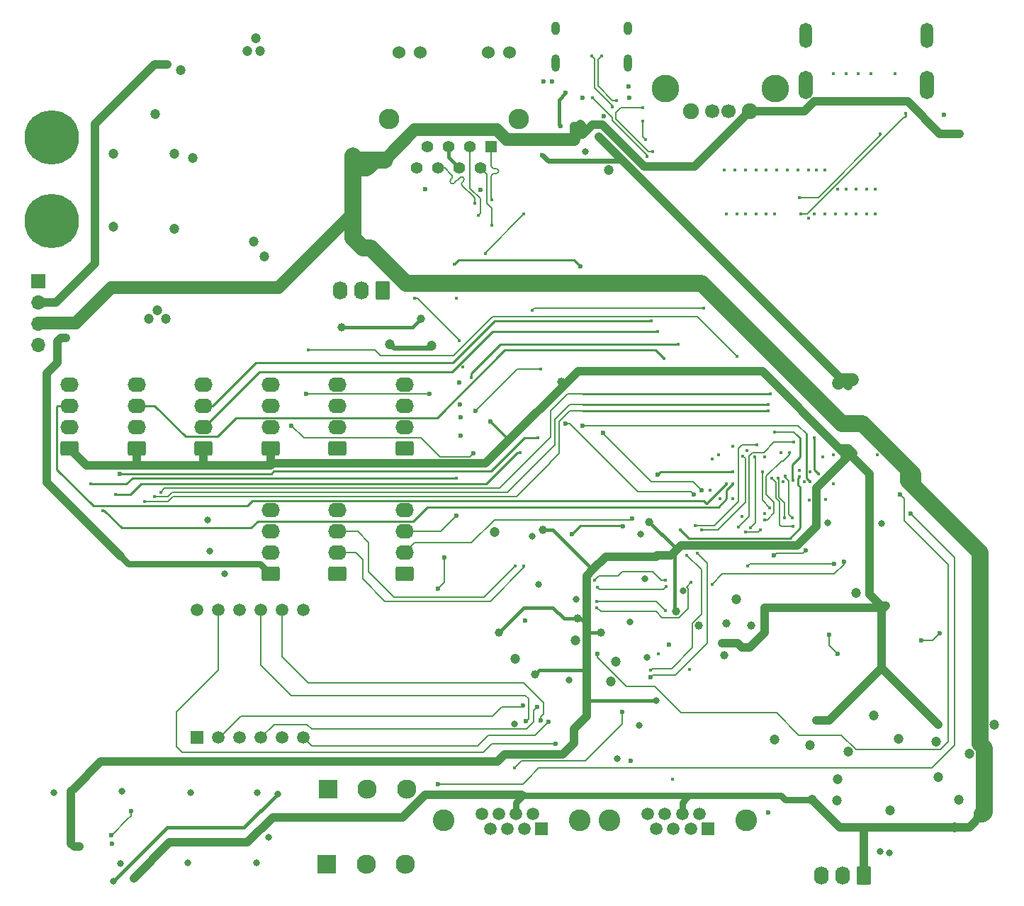
<source format=gbl>
G04 #@! TF.GenerationSoftware,KiCad,Pcbnew,6.0.2+dfsg-1*
G04 #@! TF.CreationDate,2022-12-10T00:49:58-08:00*
G04 #@! TF.ProjectId,cm4-robot,636d342d-726f-4626-9f74-2e6b69636164,rev?*
G04 #@! TF.SameCoordinates,Original*
G04 #@! TF.FileFunction,Copper,L4,Bot*
G04 #@! TF.FilePolarity,Positive*
%FSLAX46Y46*%
G04 Gerber Fmt 4.6, Leading zero omitted, Abs format (unit mm)*
G04 Created by KiCad (PCBNEW 6.0.2+dfsg-1) date 2022-12-10 00:49:58*
%MOMM*%
%LPD*%
G01*
G04 APERTURE LIST*
G04 Aperture macros list*
%AMRoundRect*
0 Rectangle with rounded corners*
0 $1 Rounding radius*
0 $2 $3 $4 $5 $6 $7 $8 $9 X,Y pos of 4 corners*
0 Add a 4 corners polygon primitive as box body*
4,1,4,$2,$3,$4,$5,$6,$7,$8,$9,$2,$3,0*
0 Add four circle primitives for the rounded corners*
1,1,$1+$1,$2,$3*
1,1,$1+$1,$4,$5*
1,1,$1+$1,$6,$7*
1,1,$1+$1,$8,$9*
0 Add four rect primitives between the rounded corners*
20,1,$1+$1,$2,$3,$4,$5,0*
20,1,$1+$1,$4,$5,$6,$7,0*
20,1,$1+$1,$6,$7,$8,$9,0*
20,1,$1+$1,$8,$9,$2,$3,0*%
G04 Aperture macros list end*
G04 #@! TA.AperFunction,ComponentPad*
%ADD10R,1.398000X1.398000*%
G04 #@! TD*
G04 #@! TA.AperFunction,ComponentPad*
%ADD11C,1.398000*%
G04 #@! TD*
G04 #@! TA.AperFunction,ComponentPad*
%ADD12C,1.530000*%
G04 #@! TD*
G04 #@! TA.AperFunction,ComponentPad*
%ADD13C,2.445000*%
G04 #@! TD*
G04 #@! TA.AperFunction,ComponentPad*
%ADD14RoundRect,0.250000X0.845000X-0.620000X0.845000X0.620000X-0.845000X0.620000X-0.845000X-0.620000X0*%
G04 #@! TD*
G04 #@! TA.AperFunction,ComponentPad*
%ADD15O,2.190000X1.740000*%
G04 #@! TD*
G04 #@! TA.AperFunction,ComponentPad*
%ADD16C,6.500000*%
G04 #@! TD*
G04 #@! TA.AperFunction,ComponentPad*
%ADD17O,1.700000X3.400000*%
G04 #@! TD*
G04 #@! TA.AperFunction,ComponentPad*
%ADD18O,1.500000X3.000000*%
G04 #@! TD*
G04 #@! TA.AperFunction,ComponentPad*
%ADD19R,1.500000X1.500000*%
G04 #@! TD*
G04 #@! TA.AperFunction,ComponentPad*
%ADD20C,1.500000*%
G04 #@! TD*
G04 #@! TA.AperFunction,ComponentPad*
%ADD21C,2.600000*%
G04 #@! TD*
G04 #@! TA.AperFunction,ComponentPad*
%ADD22RoundRect,0.250000X0.620000X0.845000X-0.620000X0.845000X-0.620000X-0.845000X0.620000X-0.845000X0*%
G04 #@! TD*
G04 #@! TA.AperFunction,ComponentPad*
%ADD23O,1.740000X2.190000*%
G04 #@! TD*
G04 #@! TA.AperFunction,ComponentPad*
%ADD24R,2.300000X2.300000*%
G04 #@! TD*
G04 #@! TA.AperFunction,ComponentPad*
%ADD25C,2.300000*%
G04 #@! TD*
G04 #@! TA.AperFunction,ComponentPad*
%ADD26C,1.900000*%
G04 #@! TD*
G04 #@! TA.AperFunction,ComponentPad*
%ADD27C,1.700000*%
G04 #@! TD*
G04 #@! TA.AperFunction,ComponentPad*
%ADD28C,3.300000*%
G04 #@! TD*
G04 #@! TA.AperFunction,ComponentPad*
%ADD29O,1.000000X2.100000*%
G04 #@! TD*
G04 #@! TA.AperFunction,ComponentPad*
%ADD30O,1.000000X1.600000*%
G04 #@! TD*
G04 #@! TA.AperFunction,ComponentPad*
%ADD31R,1.700000X1.700000*%
G04 #@! TD*
G04 #@! TA.AperFunction,ComponentPad*
%ADD32O,1.700000X1.700000*%
G04 #@! TD*
G04 #@! TA.AperFunction,ViaPad*
%ADD33C,0.600000*%
G04 #@! TD*
G04 #@! TA.AperFunction,ViaPad*
%ADD34C,0.450000*%
G04 #@! TD*
G04 #@! TA.AperFunction,ViaPad*
%ADD35C,0.800000*%
G04 #@! TD*
G04 #@! TA.AperFunction,ViaPad*
%ADD36C,1.200000*%
G04 #@! TD*
G04 #@! TA.AperFunction,ViaPad*
%ADD37C,1.000000*%
G04 #@! TD*
G04 #@! TA.AperFunction,Conductor*
%ADD38C,1.000000*%
G04 #@! TD*
G04 #@! TA.AperFunction,Conductor*
%ADD39C,2.000000*%
G04 #@! TD*
G04 #@! TA.AperFunction,Conductor*
%ADD40C,0.200000*%
G04 #@! TD*
G04 #@! TA.AperFunction,Conductor*
%ADD41C,1.500000*%
G04 #@! TD*
G04 #@! TA.AperFunction,Conductor*
%ADD42C,0.400000*%
G04 #@! TD*
G04 #@! TA.AperFunction,Conductor*
%ADD43C,0.600000*%
G04 #@! TD*
G04 #@! TA.AperFunction,Conductor*
%ADD44C,0.250000*%
G04 #@! TD*
G04 #@! TA.AperFunction,Conductor*
%ADD45C,0.800000*%
G04 #@! TD*
G04 APERTURE END LIST*
D10*
X96140000Y-55426000D03*
D11*
X94870000Y-57966000D03*
X93600000Y-55426000D03*
X92330000Y-57966000D03*
X91060000Y-55426000D03*
X89790000Y-57966000D03*
X88520000Y-55426000D03*
X87250000Y-57966000D03*
D12*
X98315000Y-44176000D03*
X95775000Y-44176000D03*
X85065000Y-44176000D03*
X87605000Y-44176000D03*
D13*
X99435000Y-52126000D03*
X83945000Y-52126000D03*
D14*
X61750000Y-91500000D03*
D15*
X61750000Y-88960000D03*
X61750000Y-86420000D03*
X61750000Y-83880000D03*
D14*
X69750000Y-91500000D03*
D15*
X69750000Y-88960000D03*
X69750000Y-86420000D03*
X69750000Y-83880000D03*
D16*
X43600000Y-64300000D03*
D14*
X77750000Y-106500000D03*
D15*
X77750000Y-103960000D03*
X77750000Y-101420000D03*
X77750000Y-98880000D03*
D17*
X148210000Y-48089000D03*
D18*
X148210000Y-42129000D03*
D17*
X133710000Y-48089000D03*
D18*
X133710000Y-42129000D03*
D19*
X121990000Y-136950000D03*
D20*
X120970000Y-135170000D03*
X119950000Y-136950000D03*
X118930000Y-135170000D03*
X117910000Y-136950000D03*
X116890000Y-135170000D03*
X115870000Y-136950000D03*
X114850000Y-135170000D03*
D21*
X110290000Y-135930000D03*
X126550000Y-135930000D03*
D16*
X43600000Y-54300000D03*
D14*
X45750000Y-91500000D03*
D15*
X45750000Y-88960000D03*
X45750000Y-86420000D03*
X45750000Y-83880000D03*
D22*
X83180000Y-72615000D03*
D23*
X80640000Y-72615000D03*
X78100000Y-72615000D03*
D24*
X76500000Y-141150000D03*
D25*
X81199000Y-141150000D03*
X85898000Y-141150000D03*
D14*
X69750000Y-106500000D03*
D15*
X69750000Y-103960000D03*
X69750000Y-101420000D03*
X69750000Y-98880000D03*
D14*
X85750000Y-106500000D03*
D15*
X85750000Y-103960000D03*
X85750000Y-101420000D03*
X85750000Y-98880000D03*
D26*
X127000000Y-51210000D03*
D27*
X124500000Y-51210000D03*
X122500000Y-51210000D03*
D26*
X120000000Y-51210000D03*
D28*
X130070000Y-48500000D03*
X116930000Y-48500000D03*
D14*
X85750000Y-91500000D03*
D15*
X85750000Y-88960000D03*
X85750000Y-86420000D03*
X85750000Y-83880000D03*
D14*
X53750000Y-91500000D03*
D15*
X53750000Y-88960000D03*
X53750000Y-86420000D03*
X53750000Y-83880000D03*
D22*
X140670000Y-142507000D03*
D23*
X138130000Y-142507000D03*
X135590000Y-142507000D03*
D24*
X76600000Y-132200000D03*
D25*
X81299000Y-132200000D03*
X85998000Y-132200000D03*
D19*
X61000000Y-126067000D03*
D20*
X63540000Y-126067000D03*
X66080000Y-126067000D03*
X68620000Y-126067000D03*
X71160000Y-126067000D03*
X73700000Y-126067000D03*
X73700000Y-110827000D03*
X71160000Y-110827000D03*
X68620000Y-110827000D03*
X66080000Y-110827000D03*
X63540000Y-110827000D03*
X61000000Y-110827000D03*
D29*
X112490000Y-45453000D03*
D30*
X103850000Y-41273000D03*
D29*
X103850000Y-45453000D03*
D30*
X112490000Y-41273000D03*
D19*
X102150000Y-136950000D03*
D20*
X101130000Y-135170000D03*
X100110000Y-136950000D03*
X99090000Y-135170000D03*
X98070000Y-136950000D03*
X97050000Y-135170000D03*
X96030000Y-136950000D03*
X95010000Y-135170000D03*
D21*
X90450000Y-135930000D03*
X106710000Y-135930000D03*
D14*
X77750000Y-91500000D03*
D15*
X77750000Y-88960000D03*
X77750000Y-86420000D03*
X77750000Y-83880000D03*
D31*
X42000000Y-71500000D03*
D32*
X42000000Y-74040000D03*
X42000000Y-76580000D03*
X42000000Y-79120000D03*
D33*
X46900000Y-139100000D03*
X89800000Y-131600000D03*
X53100000Y-134800000D03*
X50700000Y-137700000D03*
X50800000Y-138700000D03*
D34*
X135000000Y-58250000D03*
X124250000Y-63500000D03*
D35*
X119028540Y-108528540D03*
D34*
X136000000Y-58250000D03*
X126700000Y-91700000D03*
X132900000Y-94100000D03*
D36*
X144800000Y-126200000D03*
D35*
X114500000Y-107049500D03*
D34*
X139750000Y-63500000D03*
D36*
X111000000Y-117000000D03*
X110200000Y-58200000D03*
D33*
X107000000Y-49600000D03*
D34*
X123500000Y-97500000D03*
D36*
X106200000Y-114400000D03*
X152000000Y-133500000D03*
D34*
X130700000Y-92000000D03*
D36*
X68500000Y-44000000D03*
D34*
X129000000Y-58250000D03*
D37*
X123938000Y-116187000D03*
D35*
X69500000Y-138000000D03*
D37*
X120938000Y-112687000D03*
D36*
X149250000Y-126500000D03*
X134250000Y-127000000D03*
D34*
X141000000Y-60500000D03*
D36*
X59000000Y-46250000D03*
D35*
X105400000Y-119200000D03*
D36*
X60500000Y-56750000D03*
D34*
X126500000Y-58250000D03*
X125500000Y-63500000D03*
D35*
X62500000Y-103750000D03*
D34*
X137250000Y-63500000D03*
D36*
X156250000Y-124500000D03*
D35*
X136300000Y-100400000D03*
D34*
X92750000Y-81750000D03*
D37*
X124188000Y-112437000D03*
D34*
X134750000Y-63500000D03*
D36*
X137400000Y-133600000D03*
D33*
X92400000Y-86250000D03*
D36*
X57250000Y-76000000D03*
D35*
X114000000Y-101750000D03*
D36*
X110400000Y-119300000D03*
D35*
X68100000Y-141000000D03*
D34*
X122500000Y-92750000D03*
X134000000Y-58250000D03*
X130250000Y-58250000D03*
D35*
X52000000Y-132500000D03*
D33*
X150200000Y-51600000D03*
D35*
X113800000Y-124600000D03*
D33*
X109600000Y-51811500D03*
D36*
X51000000Y-65000000D03*
D34*
X125250000Y-58250000D03*
X125000000Y-91250000D03*
D36*
X143750000Y-134750000D03*
X149500000Y-130750000D03*
X56250000Y-75000000D03*
D34*
X134100000Y-97700000D03*
X127750000Y-63500000D03*
D35*
X111200000Y-128600000D03*
X142750000Y-100500000D03*
D33*
X92300000Y-83600000D03*
D35*
X43900000Y-132600000D03*
D36*
X58250000Y-56250000D03*
D33*
X102400000Y-47600000D03*
D34*
X136100000Y-97600000D03*
X129000000Y-63500000D03*
D33*
X112500000Y-48200000D03*
D36*
X56000000Y-51500000D03*
X96500000Y-101500000D03*
D34*
X133500000Y-95500000D03*
D35*
X68200000Y-132600000D03*
D34*
X123250000Y-92250000D03*
X131000000Y-95500000D03*
X128750000Y-92500000D03*
X139750000Y-60500000D03*
X140000000Y-46700000D03*
D35*
X106250000Y-109500000D03*
X60200000Y-132600000D03*
D34*
X131500000Y-58250000D03*
X130000000Y-63500000D03*
D33*
X117375000Y-114900000D03*
D34*
X126500000Y-63500000D03*
D36*
X55250000Y-76000000D03*
D34*
X124000000Y-58250000D03*
D33*
X88250000Y-60500000D03*
D34*
X127750000Y-58250000D03*
D35*
X59900000Y-141000000D03*
D36*
X99000000Y-116600000D03*
D34*
X142000000Y-60500000D03*
X136000000Y-63500000D03*
D36*
X141800000Y-123400000D03*
D34*
X141500000Y-46700000D03*
D35*
X107400000Y-56000000D03*
D36*
X68000000Y-42500000D03*
D33*
X129200000Y-135000000D03*
D35*
X112700000Y-112200000D03*
D33*
X92500000Y-90000000D03*
D36*
X51000000Y-56250000D03*
D34*
X128750000Y-99250000D03*
D36*
X58250000Y-65250000D03*
D34*
X132750000Y-58250000D03*
X126100000Y-99600000D03*
D33*
X94800000Y-60600000D03*
D36*
X138750000Y-127750000D03*
D35*
X114700000Y-116500000D03*
X101000000Y-102000000D03*
D34*
X142000000Y-63500000D03*
D36*
X139750000Y-108750000D03*
D34*
X134000000Y-64000000D03*
X141000000Y-63500000D03*
D33*
X103400000Y-47600000D03*
D34*
X142250000Y-92250000D03*
X122250000Y-96500000D03*
X137000000Y-46700000D03*
X137000000Y-95750000D03*
X92000000Y-73500000D03*
X144400000Y-46700000D03*
X138500000Y-63500000D03*
D35*
X98900000Y-124400000D03*
D36*
X125400000Y-109500000D03*
D33*
X92500000Y-87750000D03*
D35*
X51800000Y-141100000D03*
D34*
X136994216Y-92252892D03*
D36*
X67000000Y-44000000D03*
D34*
X137506911Y-60506911D03*
D36*
X137500000Y-131000000D03*
X69000000Y-68500000D03*
D34*
X138500000Y-46700000D03*
X134250000Y-94250000D03*
X125000000Y-97500000D03*
D35*
X62250000Y-100000000D03*
X64250000Y-106500000D03*
D34*
X138500000Y-60500000D03*
D35*
X101750000Y-107750000D03*
D36*
X130000000Y-126250000D03*
X67750000Y-66750000D03*
D33*
X112600000Y-49600000D03*
D36*
X153250000Y-128000000D03*
D34*
X135700000Y-92500000D03*
D33*
X100200000Y-112100000D03*
D37*
X127188000Y-112687000D03*
X101400000Y-118500500D03*
X106400000Y-111800000D03*
X149500000Y-124500000D03*
D33*
X137500000Y-82750000D03*
X96000000Y-88250000D03*
X139400000Y-92100000D03*
X139250000Y-83250000D03*
X138700000Y-91400000D03*
D37*
X143250000Y-110250000D03*
D33*
X137600000Y-83700000D03*
D37*
X123750000Y-114750000D03*
X115000000Y-100250000D03*
D35*
X115800000Y-121600000D03*
D33*
X138400000Y-92400000D03*
D37*
X53400000Y-142900000D03*
D33*
X137700000Y-91500000D03*
D37*
X97000000Y-113500000D03*
D33*
X138400000Y-82900000D03*
D37*
X128750000Y-110500000D03*
X118250000Y-111000000D03*
X109250000Y-113500000D03*
X135000000Y-124000000D03*
D33*
X102200000Y-56400000D03*
D37*
X106000000Y-125000000D03*
X70400000Y-135600000D03*
X102250000Y-101250000D03*
X87750000Y-76000000D03*
D33*
X109000000Y-54200000D03*
D37*
X127000000Y-115250000D03*
X78250000Y-77000000D03*
X104500000Y-83500000D03*
D33*
X106750000Y-52750000D03*
X106000000Y-53000000D03*
D36*
X84000000Y-79000000D03*
D33*
X107000000Y-54000000D03*
D35*
X145750000Y-93000000D03*
D36*
X89000000Y-79250000D03*
D33*
X106200000Y-53800000D03*
D35*
X145000000Y-93750000D03*
D37*
X81000000Y-56700000D03*
D36*
X134500000Y-133500000D03*
D33*
X107300000Y-53300000D03*
D37*
X152100000Y-53900000D03*
D35*
X146000000Y-95000000D03*
D36*
X151500000Y-136750000D03*
D37*
X79600000Y-56500000D03*
D35*
X146000000Y-94000000D03*
D37*
X79800000Y-58000000D03*
X81200000Y-58000000D03*
D34*
X95400000Y-68200000D03*
D33*
X109500000Y-89600000D03*
D34*
X100000000Y-63500000D03*
D33*
X121250000Y-96500000D03*
D34*
X87000000Y-73500000D03*
D33*
X105000000Y-88500000D03*
X120300000Y-97000000D03*
D34*
X92300000Y-78600000D03*
D33*
X104400000Y-53000000D03*
X105000000Y-49000000D03*
D34*
X114200000Y-52400000D03*
X114600000Y-54600000D03*
D33*
X146250000Y-99250000D03*
X94250000Y-87000000D03*
D34*
X102000000Y-82000000D03*
X121500000Y-74750000D03*
X101000000Y-75000000D03*
X120500000Y-100750000D03*
X119500000Y-104250000D03*
X127900000Y-91100000D03*
X115200000Y-118000000D03*
X114200000Y-50800000D03*
X115400000Y-56000000D03*
X108200000Y-49600000D03*
X114752512Y-56600000D03*
X91750000Y-69500000D03*
D33*
X106750000Y-69750000D03*
D34*
X93750000Y-83000000D03*
X118500000Y-79000000D03*
D33*
X90500000Y-104500000D03*
X89750000Y-108250000D03*
D34*
X132900000Y-94900000D03*
X118750000Y-101250000D03*
D33*
X116000000Y-94600000D03*
X111900000Y-100800000D03*
X105750000Y-101750000D03*
D34*
X125000000Y-94250000D03*
D33*
X108800000Y-116000000D03*
X145000000Y-97000000D03*
D34*
X120750000Y-104000000D03*
D33*
X111800000Y-123000000D03*
X115150000Y-118850000D03*
D34*
X126200000Y-92400000D03*
X121250000Y-101250000D03*
X98910000Y-129670000D03*
X125675000Y-100850000D03*
X132250000Y-90750000D03*
X133100000Y-63500000D03*
X145600000Y-51400000D03*
X132900000Y-61500000D03*
X142600000Y-53900000D03*
X51250000Y-97000000D03*
X99600000Y-92000000D03*
X110552512Y-50647488D03*
X108100000Y-44600000D03*
X109300000Y-44600000D03*
X111100000Y-49900000D03*
X96200000Y-61800000D03*
X96200000Y-64800000D03*
X94200000Y-62200000D03*
X94600000Y-63600000D03*
X92000000Y-95000000D03*
X48250000Y-95750000D03*
D33*
X74000000Y-85000000D03*
X88750000Y-85000000D03*
X133700000Y-103700000D03*
X129900000Y-104300000D03*
X136500000Y-113750000D03*
D34*
X129600000Y-95000000D03*
D33*
X137500000Y-116000000D03*
D34*
X132200000Y-100800000D03*
D33*
X112800000Y-128800000D03*
D35*
X143660000Y-139800000D03*
X142590000Y-139680000D03*
D33*
X56600000Y-45600000D03*
X57400000Y-45600000D03*
X45300000Y-78300000D03*
X44300000Y-78700000D03*
X55700000Y-45600000D03*
D34*
X108750000Y-110500000D03*
D33*
X138250000Y-105000000D03*
D34*
X122500000Y-107750000D03*
X120000000Y-107500000D03*
X116900000Y-110900000D03*
X108750000Y-109750000D03*
X108775192Y-108087211D03*
X117000000Y-108000000D03*
X127600000Y-92500000D03*
X127100000Y-100975000D03*
X126500000Y-101500000D03*
X108500000Y-107250000D03*
X128250000Y-101250000D03*
X116900000Y-107200000D03*
X129400000Y-98600000D03*
X128500000Y-94250000D03*
X129250000Y-87000000D03*
X54750000Y-97800000D03*
X55875000Y-97275000D03*
X129250000Y-86250000D03*
X129500000Y-85000000D03*
X56625000Y-96700000D03*
X100000000Y-105500000D03*
X99000000Y-105500000D03*
X117800000Y-131000000D03*
D33*
X113000000Y-99900000D03*
X92000000Y-99500000D03*
X99900000Y-122250000D03*
X101600000Y-122400000D03*
X103000000Y-124200000D03*
X102000000Y-124000000D03*
X100300000Y-124100000D03*
X103800000Y-126800000D03*
D34*
X130400000Y-95000000D03*
X131200000Y-99800000D03*
D33*
X147500000Y-114400000D03*
X149700000Y-113600000D03*
D34*
X131250000Y-94750000D03*
X132100000Y-99800000D03*
X119800000Y-117925000D03*
X128750000Y-100000000D03*
X116050000Y-116025000D03*
X131750000Y-92000000D03*
D33*
X137100000Y-105250000D03*
D34*
X126800000Y-105500000D03*
X130000000Y-89500000D03*
X132200000Y-95300000D03*
X125500000Y-80500000D03*
X74250000Y-79750000D03*
D33*
X94000000Y-92100000D03*
X72250000Y-88750000D03*
D34*
X134250000Y-95500000D03*
D33*
X107000000Y-88750000D03*
D34*
X135250000Y-94500000D03*
X134750000Y-90250000D03*
X116000000Y-77500000D03*
X115250000Y-76250000D03*
X49700000Y-98925000D03*
X125000000Y-95750000D03*
X124250000Y-95750000D03*
D33*
X51750000Y-94500000D03*
D34*
X101700000Y-90200000D03*
X116750000Y-80750000D03*
D35*
X51000000Y-143200000D03*
X70600000Y-132800000D03*
D38*
X151500000Y-136750000D02*
X153250000Y-136750000D01*
X153250000Y-136750000D02*
X154800000Y-135200000D01*
D39*
X155000000Y-135000000D02*
X155000000Y-127275817D01*
X154800000Y-135200000D02*
X155000000Y-135000000D01*
X155000000Y-127275817D02*
X154500000Y-126775817D01*
X154500000Y-126775817D02*
X154500000Y-103914242D01*
X154500000Y-103914242D02*
X146500000Y-95914242D01*
D38*
X151500000Y-136750000D02*
X140650000Y-136750000D01*
X140650000Y-136750000D02*
X137750000Y-136750000D01*
X140670000Y-142507000D02*
X140670000Y-136770000D01*
X140670000Y-136770000D02*
X140650000Y-136750000D01*
X137750000Y-136750000D02*
X134500000Y-133500000D01*
D40*
X50800000Y-137700000D02*
X52700000Y-135800000D01*
X50700000Y-137700000D02*
X50800000Y-137700000D01*
D38*
X106000000Y-125000000D02*
X106000000Y-126700000D01*
X46300000Y-139100000D02*
X46900000Y-139100000D01*
X49500000Y-128900000D02*
X46300000Y-132100000D01*
X106000000Y-126700000D02*
X104649520Y-128050480D01*
X45900000Y-138700000D02*
X46300000Y-139100000D01*
X104649520Y-128050480D02*
X97749520Y-128050480D01*
X96900000Y-128900000D02*
X49500000Y-128900000D01*
X97749520Y-128050480D02*
X96900000Y-128900000D01*
X46300000Y-132100000D02*
X45900000Y-132500000D01*
X45900000Y-132500000D02*
X45900000Y-138700000D01*
D40*
X100420000Y-131080000D02*
X99900000Y-131600000D01*
X99900000Y-131600000D02*
X89800000Y-131600000D01*
X100420000Y-131080000D02*
X101800000Y-129700000D01*
X148800000Y-129700000D02*
X151500000Y-127000000D01*
X151500000Y-127000000D02*
X151500000Y-104500000D01*
X101800000Y-129700000D02*
X148800000Y-129700000D01*
X151500000Y-104500000D02*
X146250000Y-99250000D01*
D38*
X70400000Y-135600000D02*
X85500000Y-135600000D01*
X99780000Y-132900000D02*
X99880000Y-133000000D01*
X85500000Y-135600000D02*
X88200000Y-132900000D01*
X88200000Y-132900000D02*
X99780000Y-132900000D01*
D40*
X52700000Y-135800000D02*
X52800000Y-135700000D01*
X53100000Y-134800000D02*
X53100000Y-135400000D01*
X53100000Y-135400000D02*
X52700000Y-135800000D01*
D41*
X42000000Y-76580000D02*
X42080000Y-76500000D01*
X42080000Y-76500000D02*
X46500000Y-76500000D01*
X46500000Y-76500000D02*
X50750000Y-72250000D01*
X50750000Y-72250000D02*
X70750000Y-72250000D01*
X70750000Y-72250000D02*
X79600000Y-63400000D01*
X79600000Y-63400000D02*
X79600000Y-61400000D01*
D38*
X142750000Y-110500000D02*
X130000000Y-110500000D01*
X95450000Y-93300000D02*
X69950000Y-93300000D01*
X137700000Y-91500000D02*
X138800000Y-91500000D01*
D42*
X86750000Y-77000000D02*
X78250000Y-77000000D01*
D38*
X142800000Y-117800000D02*
X142750000Y-117750000D01*
X136500000Y-124000000D02*
X135000000Y-124000000D01*
X143000000Y-110500000D02*
X142750000Y-110500000D01*
X126050000Y-115250000D02*
X125550000Y-114750000D01*
D42*
X100000000Y-110500000D02*
X97000000Y-113500000D01*
D38*
X142750000Y-117750000D02*
X149500000Y-124500000D01*
X105250000Y-83500000D02*
X98250000Y-90500000D01*
D42*
X106800000Y-111800000D02*
X107500000Y-112500000D01*
D38*
X107500000Y-123500000D02*
X106000000Y-125000000D01*
X107500000Y-118200000D02*
X107500000Y-120250000D01*
X137700000Y-91450000D02*
X128500000Y-82250000D01*
X109850000Y-104400000D02*
X108250000Y-106000000D01*
X127000000Y-115250000D02*
X128750000Y-113500000D01*
D42*
X106400000Y-111800000D02*
X106800000Y-111800000D01*
X104800000Y-111800000D02*
X103500000Y-110500000D01*
D38*
X69750000Y-93500000D02*
X61750000Y-93500000D01*
X127000000Y-115250000D02*
X126050000Y-115250000D01*
D43*
X102950489Y-57150489D02*
X102200000Y-56400000D01*
D42*
X107300000Y-118000000D02*
X107500000Y-118200000D01*
D38*
X98250000Y-90500000D02*
X95450000Y-93300000D01*
D42*
X115800000Y-121600000D02*
X107600000Y-121600000D01*
D38*
X135000000Y-96200000D02*
X138800000Y-92400000D01*
X143250000Y-110250000D02*
X143000000Y-110500000D01*
X142750000Y-117750000D02*
X136500000Y-124000000D01*
X106500000Y-82250000D02*
X105250000Y-83500000D01*
X67000000Y-138600000D02*
X57700000Y-138600000D01*
X107500000Y-113750000D02*
X107500000Y-118200000D01*
X128500000Y-82250000D02*
X106500000Y-82250000D01*
X53750000Y-93500000D02*
X53750000Y-91500000D01*
D42*
X107750000Y-113500000D02*
X107500000Y-113750000D01*
D38*
X108250000Y-106000000D02*
X107500000Y-106750000D01*
X125550000Y-114750000D02*
X123750000Y-114750000D01*
D42*
X108250000Y-106000000D02*
X103500000Y-101250000D01*
D38*
X138800000Y-91500000D02*
X139400000Y-92100000D01*
X141300000Y-106800000D02*
X141300000Y-108900000D01*
D42*
X101400000Y-118500500D02*
X101900500Y-118000000D01*
D38*
X115900000Y-104300000D02*
X115800000Y-104400000D01*
X141300000Y-94500000D02*
X141300000Y-106800000D01*
X118700000Y-103200000D02*
X117600000Y-104300000D01*
X138800000Y-92400000D02*
X139200000Y-92400000D01*
X130000000Y-110500000D02*
X128750000Y-110500000D01*
X57700000Y-138600000D02*
X53400000Y-142900000D01*
D42*
X118074511Y-107821961D02*
X118074511Y-110824511D01*
X118700000Y-103200000D02*
X117950000Y-103200000D01*
X118000000Y-103900000D02*
X118000000Y-107747450D01*
D38*
X69950000Y-93300000D02*
X69750000Y-93500000D01*
X61750000Y-91500000D02*
X61750000Y-93500000D01*
X115800000Y-104400000D02*
X109850000Y-104400000D01*
X47750000Y-93500000D02*
X45750000Y-91500000D01*
X53500000Y-93500000D02*
X47750000Y-93500000D01*
D44*
X96000000Y-88250000D02*
X98250000Y-90500000D01*
D38*
X139200000Y-92400000D02*
X141300000Y-94500000D01*
X70400000Y-135600000D02*
X70000000Y-135600000D01*
D42*
X103500000Y-101250000D02*
X102250000Y-101250000D01*
D38*
X107500000Y-106750000D02*
X107500000Y-112500000D01*
X107500000Y-121700000D02*
X107500000Y-123500000D01*
D42*
X103500000Y-110500000D02*
X100000000Y-110500000D01*
D38*
X107500000Y-112500000D02*
X107500000Y-113750000D01*
X118800000Y-103100000D02*
X132700000Y-103100000D01*
X69750000Y-91500000D02*
X69750000Y-93500000D01*
D42*
X118000000Y-107747450D02*
X118074511Y-107821961D01*
D38*
X137700000Y-91500000D02*
X138400000Y-92200000D01*
X142750000Y-110500000D02*
X142750000Y-117750000D01*
X113400000Y-58600000D02*
X138800000Y-84000000D01*
X107500000Y-120250000D02*
X107500000Y-121700000D01*
D42*
X107600000Y-121600000D02*
X107500000Y-121700000D01*
X109250000Y-113500000D02*
X107750000Y-113500000D01*
D38*
X128750000Y-113500000D02*
X128750000Y-110500000D01*
D44*
X138800000Y-92400000D02*
X138400000Y-92400000D01*
D43*
X113400000Y-58600000D02*
X111950489Y-57150489D01*
X111950489Y-57150489D02*
X102950489Y-57150489D01*
D38*
X142650000Y-110250000D02*
X143250000Y-110250000D01*
X141300000Y-108900000D02*
X142650000Y-110250000D01*
D42*
X118700000Y-103200000D02*
X118000000Y-103900000D01*
D38*
X109000000Y-54200000D02*
X113400000Y-58600000D01*
D44*
X139400000Y-92100000D02*
X139100000Y-92400000D01*
D38*
X117600000Y-104300000D02*
X115900000Y-104300000D01*
X135000000Y-100800000D02*
X135000000Y-96200000D01*
D42*
X87750000Y-76000000D02*
X86750000Y-77000000D01*
D44*
X139100000Y-92400000D02*
X138800000Y-92400000D01*
D42*
X101900500Y-118000000D02*
X107300000Y-118000000D01*
D41*
X138050000Y-83250000D02*
X139250000Y-83250000D01*
D38*
X137700000Y-91500000D02*
X137700000Y-91450000D01*
X61750000Y-93500000D02*
X53750000Y-93500000D01*
D42*
X101900500Y-118000000D02*
X102000000Y-118000000D01*
D38*
X132700000Y-103100000D02*
X135000000Y-100800000D01*
X70000000Y-135600000D02*
X67000000Y-138600000D01*
X53750000Y-93250000D02*
X53500000Y-93500000D01*
D42*
X117950000Y-103200000D02*
X115000000Y-100250000D01*
D38*
X138400000Y-92200000D02*
X138400000Y-92400000D01*
D42*
X106400000Y-111800000D02*
X104800000Y-111800000D01*
D38*
X118700000Y-103200000D02*
X118800000Y-103100000D01*
D42*
X118074511Y-110824511D02*
X118250000Y-111000000D01*
D41*
X137600000Y-83700000D02*
X138050000Y-83250000D01*
D39*
X146000000Y-94000000D02*
X146000000Y-95414242D01*
D38*
X106000000Y-54600000D02*
X106600000Y-54000000D01*
X149736746Y-53900000D02*
X152100000Y-53900000D01*
D45*
X99880000Y-133000000D02*
X99090000Y-133790000D01*
D39*
X138000000Y-88500000D02*
X140500000Y-88500000D01*
D38*
X106750000Y-52750000D02*
X107300000Y-53300000D01*
X106600000Y-54000000D02*
X107000000Y-54000000D01*
X127000000Y-51210000D02*
X133559641Y-51210000D01*
X106000000Y-53600000D02*
X106200000Y-53800000D01*
D39*
X79600000Y-56500000D02*
X79600000Y-61400000D01*
D45*
X119750000Y-133000000D02*
X99880000Y-133000000D01*
D39*
X79800000Y-58000000D02*
X81200000Y-58000000D01*
D38*
X81000000Y-56800000D02*
X79800000Y-58000000D01*
D45*
X134500000Y-133500000D02*
X131250000Y-133500000D01*
D39*
X81200000Y-58000000D02*
X82200000Y-57000000D01*
D38*
X133559641Y-51210000D02*
X134744152Y-50025489D01*
X108200000Y-52800000D02*
X109400000Y-52800000D01*
D39*
X80100000Y-57000000D02*
X83000000Y-57000000D01*
X81699511Y-67500000D02*
X85949511Y-71750000D01*
D41*
X96800000Y-53400000D02*
X98000000Y-54600000D01*
X83400000Y-57000000D02*
X87000000Y-53400000D01*
D39*
X140500000Y-88500000D02*
X146500000Y-94500000D01*
D45*
X130750000Y-133000000D02*
X119750000Y-133000000D01*
D43*
X84000000Y-79000000D02*
X84500000Y-79500000D01*
D38*
X114400000Y-57800000D02*
X120410000Y-57800000D01*
X145862235Y-50025489D02*
X149736746Y-53900000D01*
X120410000Y-57800000D02*
X127000000Y-51210000D01*
D41*
X82200000Y-57000000D02*
X83000000Y-57000000D01*
D43*
X88750000Y-79500000D02*
X89000000Y-79250000D01*
D39*
X121250000Y-71750000D02*
X138000000Y-88500000D01*
X80750000Y-67500000D02*
X81699511Y-67500000D01*
X79600000Y-61400000D02*
X79600000Y-66350000D01*
D43*
X84500000Y-79500000D02*
X88750000Y-79500000D01*
D39*
X79600000Y-56500000D02*
X79600000Y-57800000D01*
D38*
X79600000Y-57800000D02*
X79800000Y-58000000D01*
X134744152Y-50025489D02*
X145862235Y-50025489D01*
X106000000Y-53000000D02*
X106000000Y-53600000D01*
D45*
X106750000Y-53750000D02*
X107000000Y-54000000D01*
D41*
X87000000Y-53400000D02*
X96800000Y-53400000D01*
D45*
X118930000Y-133820000D02*
X118930000Y-135170000D01*
D38*
X109400000Y-52800000D02*
X114400000Y-57800000D01*
D39*
X79600000Y-66350000D02*
X80750000Y-67500000D01*
D45*
X99090000Y-133790000D02*
X99090000Y-135170000D01*
D39*
X79600000Y-56500000D02*
X80100000Y-57000000D01*
X85949511Y-71750000D02*
X121250000Y-71750000D01*
D38*
X106500000Y-53000000D02*
X106750000Y-52750000D01*
D41*
X98000000Y-54600000D02*
X106000000Y-54600000D01*
D39*
X146000000Y-95414242D02*
X146500000Y-95914242D01*
D45*
X131250000Y-133500000D02*
X130750000Y-133000000D01*
D38*
X107000000Y-54000000D02*
X108200000Y-52800000D01*
D39*
X83000000Y-57000000D02*
X83400000Y-57000000D01*
D45*
X119750000Y-133000000D02*
X118930000Y-133820000D01*
X106750000Y-52750000D02*
X106750000Y-53750000D01*
D38*
X106000000Y-53000000D02*
X106500000Y-53000000D01*
D39*
X146500000Y-94500000D02*
X146500000Y-95914242D01*
D38*
X81000000Y-56700000D02*
X81000000Y-56800000D01*
D40*
X120250000Y-95500000D02*
X121250000Y-96500000D01*
X109500000Y-89600000D02*
X109500000Y-89750000D01*
X109500000Y-89750000D02*
X115250000Y-95500000D01*
X95400000Y-68200000D02*
X95400000Y-68100000D01*
X95400000Y-68100000D02*
X100000000Y-63500000D01*
X115250000Y-95500000D02*
X120250000Y-95500000D01*
X92300000Y-78500000D02*
X87300000Y-73500000D01*
X113660942Y-96660942D02*
X105500000Y-88500000D01*
X92300000Y-78600000D02*
X92300000Y-78500000D01*
X105500000Y-88500000D02*
X105000000Y-88500000D01*
X120300000Y-97000000D02*
X119960942Y-96660942D01*
X119960942Y-96660942D02*
X113660942Y-96660942D01*
X87300000Y-73500000D02*
X87000000Y-73500000D01*
D42*
X104400000Y-53000000D02*
X104200000Y-52800000D01*
X104200000Y-49800000D02*
X105000000Y-49000000D01*
X104200000Y-52800000D02*
X104200000Y-49800000D01*
D40*
X114200000Y-54200000D02*
X114600000Y-54600000D01*
X114200000Y-52400000D02*
X114200000Y-54200000D01*
D42*
X91060000Y-56696000D02*
X92330000Y-57966000D01*
X91060000Y-55426000D02*
X91060000Y-56696000D01*
D40*
X81199000Y-141150000D02*
X82050000Y-141150000D01*
X101250000Y-74750000D02*
X121500000Y-74750000D01*
X102000000Y-82000000D02*
X99250000Y-82000000D01*
X101000000Y-75000000D02*
X101250000Y-74750000D01*
X99250000Y-82000000D02*
X94250000Y-87000000D01*
X125700000Y-91500000D02*
X125700000Y-97800000D01*
X120188489Y-112376541D02*
X121250000Y-111315030D01*
X121250000Y-106000000D02*
X119500000Y-104250000D01*
X127900000Y-91100000D02*
X126100000Y-91100000D01*
X117700000Y-117800000D02*
X120188489Y-115311511D01*
X115400000Y-117800000D02*
X115200000Y-118000000D01*
X121250000Y-111315030D02*
X121250000Y-106000000D01*
X120188489Y-115311511D02*
X120188489Y-112376541D01*
X125700000Y-97800000D02*
X122750000Y-100750000D01*
X126100000Y-91100000D02*
X125700000Y-91500000D01*
X116400000Y-117800000D02*
X115400000Y-117800000D01*
X122750000Y-100750000D02*
X120500000Y-100750000D01*
X116400000Y-117800000D02*
X117700000Y-117800000D01*
X114918199Y-56000000D02*
X111025000Y-52106801D01*
X111600000Y-50800000D02*
X114200000Y-50800000D01*
X111025000Y-51375000D02*
X111600000Y-50800000D01*
X115400000Y-56000000D02*
X114918199Y-56000000D01*
X111025000Y-52106801D02*
X111025000Y-51375000D01*
X110575000Y-52293199D02*
X110575000Y-51975000D01*
X114752512Y-56470711D02*
X110575000Y-52293199D01*
X114752512Y-56600000D02*
X114752512Y-56470711D01*
X110575000Y-51975000D02*
X108200000Y-49600000D01*
D44*
X106750000Y-69750000D02*
X106000000Y-69000000D01*
X106000000Y-69000000D02*
X92250000Y-69000000D01*
X92250000Y-69000000D02*
X91750000Y-69500000D01*
X97250000Y-79000000D02*
X93750000Y-82500000D01*
X93750000Y-82500000D02*
X93750000Y-83000000D01*
X118500000Y-79000000D02*
X97250000Y-79000000D01*
D40*
X90500000Y-104500000D02*
X90500000Y-107500000D01*
X90500000Y-107500000D02*
X89750000Y-108250000D01*
D44*
X132800000Y-95900000D02*
X132800000Y-95000000D01*
X132800000Y-95000000D02*
X132900000Y-94900000D01*
X118750000Y-101250000D02*
X119700000Y-102200000D01*
X119700000Y-102200000D02*
X131800000Y-102200000D01*
X133000000Y-101000000D02*
X133000000Y-96100000D01*
X131800000Y-102200000D02*
X133000000Y-101000000D01*
X133000000Y-96100000D02*
X132800000Y-95900000D01*
X116000000Y-94600000D02*
X116350000Y-94250000D01*
X111900000Y-100800000D02*
X111850000Y-100750000D01*
X111850000Y-100750000D02*
X106750000Y-100750000D01*
X116350000Y-94250000D02*
X125000000Y-94250000D01*
X106750000Y-100750000D02*
X105750000Y-101750000D01*
D40*
X130200000Y-123100000D02*
X118800000Y-123100000D01*
X145000000Y-97000000D02*
X145500000Y-97500000D01*
X112251391Y-119950000D02*
X108800000Y-116498609D01*
X118800000Y-123100000D02*
X115650000Y-119950000D01*
X150750000Y-126500000D02*
X149750000Y-127500000D01*
X137951391Y-125750000D02*
X132850000Y-125750000D01*
X145500000Y-97500000D02*
X145500000Y-100100000D01*
X132850000Y-125750000D02*
X130200000Y-123100000D01*
X145500000Y-100100000D02*
X150750000Y-105350000D01*
X150750000Y-105350000D02*
X150750000Y-126500000D01*
X139701391Y-127500000D02*
X137951391Y-125750000D01*
X108800000Y-116498609D02*
X108800000Y-116000000D01*
X115650000Y-119950000D02*
X112251391Y-119950000D01*
X149750000Y-127500000D02*
X139701391Y-127500000D01*
X115150000Y-118850000D02*
X115400000Y-118600000D01*
X111800000Y-124400000D02*
X107400000Y-128800000D01*
X126200000Y-92400000D02*
X126500000Y-92700000D01*
X115400000Y-118600000D02*
X118100000Y-118600000D01*
X126500000Y-92700000D02*
X126500000Y-97933005D01*
X123183005Y-101250000D02*
X121250000Y-101250000D01*
X118100000Y-118600000D02*
X121937511Y-114762489D01*
X111800000Y-123000000D02*
X111800000Y-124400000D01*
X121937511Y-114762489D02*
X121937511Y-105187511D01*
X107400000Y-128800000D02*
X99780000Y-128800000D01*
X126500000Y-97933005D02*
X123183005Y-101250000D01*
X99780000Y-128800000D02*
X98910000Y-129670000D01*
X121937511Y-105187511D02*
X120750000Y-104000000D01*
X129900000Y-90750000D02*
X132250000Y-90750000D01*
X128695489Y-91954511D02*
X129900000Y-90750000D01*
X127345489Y-91954511D02*
X128695489Y-91954511D01*
X125675000Y-100850000D02*
X126920480Y-99604520D01*
X126920480Y-99604520D02*
X126920480Y-92379520D01*
X126920480Y-92379520D02*
X127345489Y-91954511D01*
X133842777Y-63500000D02*
X145500000Y-51842777D01*
D44*
X145600000Y-51400000D02*
X145600000Y-51742777D01*
X145600000Y-51742777D02*
X145500000Y-51842777D01*
D40*
X133100000Y-63500000D02*
X133842777Y-63500000D01*
X142600000Y-53900000D02*
X142600000Y-54100000D01*
X142600000Y-54100000D02*
X135200000Y-61500000D01*
X135200000Y-61500000D02*
X132900000Y-61500000D01*
D44*
X95550000Y-95700000D02*
X54300000Y-95700000D01*
X99250000Y-92000000D02*
X95550000Y-95700000D01*
X53000000Y-97000000D02*
X51250000Y-97000000D01*
X99600000Y-92000000D02*
X99250000Y-92000000D01*
X54300000Y-95700000D02*
X53000000Y-97000000D01*
D40*
X108100000Y-44600000D02*
X108444999Y-44944999D01*
X110552512Y-50470711D02*
X110552512Y-50647488D01*
X108444999Y-48363198D02*
X110552512Y-50470711D01*
X108444999Y-44944999D02*
X108444999Y-48363198D01*
X108895001Y-48176802D02*
X108895001Y-45004999D01*
X108895001Y-45004999D02*
X109300000Y-44600000D01*
X110618199Y-49900000D02*
X108895001Y-48176802D01*
X111100000Y-49900000D02*
X110618199Y-49900000D01*
X96440000Y-58040000D02*
X96705549Y-58040000D01*
X96140000Y-61740000D02*
X96200000Y-61800000D01*
X96140000Y-55426000D02*
X96140000Y-57740000D01*
X96705549Y-58640000D02*
X96440000Y-58640000D01*
X96140000Y-60600655D02*
X96140000Y-61740000D01*
X96140000Y-58940000D02*
X96140000Y-60600655D01*
X96705549Y-58640000D02*
G75*
G03*
X97005549Y-58340000I0J300000D01*
G01*
X96440000Y-58040000D02*
G75*
G02*
X96140000Y-57740000I0J300000D01*
G01*
X97005549Y-58340000D02*
G75*
G03*
X96705549Y-58040000I-300000J0D01*
G01*
X96140000Y-58940000D02*
G75*
G02*
X96440000Y-58640000I300000J0D01*
G01*
X96200000Y-64800000D02*
X96200000Y-62800000D01*
X95600000Y-62200000D02*
X95600000Y-58696000D01*
X96200000Y-62800000D02*
X95600000Y-62200000D01*
X95600000Y-58696000D02*
X94870000Y-57966000D01*
X94200000Y-61600000D02*
X94200000Y-62200000D01*
X89790000Y-57966000D02*
X90566000Y-57966000D01*
X93980936Y-61380936D02*
X94200000Y-61600000D01*
X91709202Y-59763589D02*
X92363587Y-59109200D01*
X91399999Y-59224265D02*
X91400000Y-59224264D01*
X91400000Y-59224264D02*
X91284938Y-59339325D01*
X92787852Y-59533467D02*
X92787853Y-59533466D01*
X92672790Y-60072790D02*
X93980936Y-61380936D01*
X92787853Y-59533466D02*
X92672790Y-59648526D01*
X90566000Y-57966000D02*
X91400000Y-58800000D01*
X91709203Y-59763588D02*
X91709202Y-59763589D01*
X91709202Y-59763587D02*
G75*
G02*
X91284939Y-59763588I-212132J212130D01*
G01*
X91399998Y-59224264D02*
G75*
G03*
X91399999Y-58800001I-212130J212132D01*
G01*
X92787852Y-59533467D02*
G75*
G03*
X92787853Y-59109202I-212134J212133D01*
G01*
X91284939Y-59763588D02*
G75*
G02*
X91284939Y-59339326I212131J212131D01*
G01*
X92787852Y-59109203D02*
G75*
G03*
X92363588Y-59109201I-212133J-212136D01*
G01*
X92672791Y-60072789D02*
G75*
G02*
X92672791Y-59648527I212131J212131D01*
G01*
X93600000Y-60400000D02*
X93600000Y-55426000D01*
X94800000Y-61600000D02*
X93600000Y-60400000D01*
X94600000Y-63600000D02*
X94800000Y-63400000D01*
X94800000Y-63400000D02*
X94800000Y-61600000D01*
D44*
X52500000Y-95750000D02*
X48250000Y-95750000D01*
X53250000Y-95000000D02*
X52500000Y-95750000D01*
X92000000Y-95000000D02*
X53250000Y-95000000D01*
D40*
X88750000Y-85000000D02*
X74000000Y-85000000D01*
X129900000Y-104300000D02*
X130200000Y-104000000D01*
X133400000Y-104000000D02*
X133700000Y-103700000D01*
X130200000Y-104000000D02*
X133400000Y-104000000D01*
X137500000Y-116000000D02*
X136500000Y-115000000D01*
X132200000Y-100800000D02*
X130800000Y-100800000D01*
X130170480Y-95570480D02*
X129600000Y-95000000D01*
X130600000Y-97866012D02*
X130170480Y-97436491D01*
X130800000Y-100800000D02*
X130600000Y-100600000D01*
X130170480Y-97436491D02*
X130170480Y-95570480D01*
X136500000Y-115000000D02*
X136500000Y-113750000D01*
X130600000Y-100600000D02*
X130600000Y-97866012D01*
D38*
X45300000Y-78300000D02*
X44700000Y-78300000D01*
X48750000Y-69375000D02*
X44085000Y-74040000D01*
X44085000Y-74040000D02*
X42000000Y-74040000D01*
X44700000Y-78300000D02*
X44300000Y-78700000D01*
X44300000Y-81200000D02*
X44300000Y-78700000D01*
X48750000Y-52750000D02*
X48750000Y-69375000D01*
D45*
X51800000Y-104325000D02*
X52725000Y-105250000D01*
D38*
X55900000Y-45600000D02*
X52250000Y-49250000D01*
D45*
X68500000Y-105250000D02*
X69750000Y-106500000D01*
D38*
X43000000Y-95525000D02*
X43000000Y-82500000D01*
D45*
X52725000Y-105250000D02*
X68500000Y-105250000D01*
D38*
X43000000Y-82500000D02*
X44300000Y-81200000D01*
X52500000Y-49000000D02*
X48750000Y-52750000D01*
X57400000Y-45600000D02*
X55900000Y-45600000D01*
X51800000Y-104325000D02*
X43000000Y-95525000D01*
D40*
X115800000Y-111000000D02*
X109250000Y-111000000D01*
X123750000Y-106500000D02*
X137100000Y-106500000D01*
X138250000Y-105350000D02*
X138250000Y-105000000D01*
X109250000Y-111000000D02*
X108750000Y-110500000D01*
X119678051Y-110631919D02*
X118560459Y-111749511D01*
X118560459Y-111749511D02*
X116549511Y-111749511D01*
X122500000Y-107750000D02*
X123750000Y-106500000D01*
X116549511Y-111749511D02*
X115800000Y-111000000D01*
X119459274Y-108040726D02*
X119678051Y-108259503D01*
X137100000Y-106500000D02*
X138250000Y-105350000D01*
X120000000Y-107500000D02*
X119459274Y-108040726D01*
X119678051Y-108259503D02*
X119678051Y-110631919D01*
X115800000Y-109800000D02*
X108800000Y-109800000D01*
X116900000Y-110900000D02*
X115800000Y-109800000D01*
X108800000Y-109800000D02*
X108750000Y-109750000D01*
X127696381Y-100378619D02*
X127696381Y-92596381D01*
X108775192Y-108087211D02*
X109037492Y-108349511D01*
X109037492Y-108349511D02*
X116650489Y-108349511D01*
X127100000Y-100975000D02*
X127696381Y-100378619D01*
X116650489Y-108349511D02*
X117000000Y-108000000D01*
X127696381Y-92596381D02*
X127600000Y-92500000D01*
X116900000Y-107200000D02*
X116450000Y-107200000D01*
X128000000Y-101500000D02*
X128250000Y-101250000D01*
X115450000Y-106200000D02*
X111800000Y-106200000D01*
X109000000Y-106750000D02*
X108500000Y-107250000D01*
X126500000Y-101500000D02*
X128000000Y-101500000D01*
X111800000Y-106200000D02*
X111250000Y-106750000D01*
X111250000Y-106750000D02*
X109000000Y-106750000D01*
X116450000Y-107200000D02*
X115450000Y-106200000D01*
X129400000Y-98600000D02*
X128500000Y-97700000D01*
X128500000Y-97700000D02*
X128500000Y-94250000D01*
D44*
X129250000Y-87000000D02*
X107250000Y-87000000D01*
D40*
X54750000Y-97800000D02*
X57525000Y-97800000D01*
X104250000Y-92045904D02*
X104250000Y-88250000D01*
D44*
X107250000Y-87000000D02*
X107000000Y-87000000D01*
D40*
X104250000Y-88250000D02*
X105500000Y-87000000D01*
X57525000Y-97800000D02*
X58075000Y-97250000D01*
X105500000Y-87000000D02*
X107250000Y-87000000D01*
X103100479Y-93195425D02*
X104250000Y-92045904D01*
X99150000Y-97250000D02*
X103100479Y-93299521D01*
X58075000Y-97250000D02*
X99150000Y-97250000D01*
X103100479Y-93299521D02*
X103100479Y-93195425D01*
X98050000Y-96750000D02*
X103750000Y-91050000D01*
X103750000Y-88000000D02*
X105500000Y-86250000D01*
X103750000Y-91050000D02*
X103750000Y-88000000D01*
X55875000Y-97275000D02*
X57525000Y-97275000D01*
D44*
X129250000Y-86250000D02*
X107000000Y-86250000D01*
D40*
X57525000Y-97275000D02*
X58050000Y-96750000D01*
X58050000Y-96750000D02*
X98050000Y-96750000D01*
X105500000Y-86250000D02*
X107000000Y-86250000D01*
X97150000Y-96250000D02*
X103250000Y-90150000D01*
X103250000Y-87000000D02*
X105250000Y-85000000D01*
D44*
X129500000Y-85000000D02*
X107000000Y-85000000D01*
D40*
X103250000Y-90150000D02*
X103250000Y-87000000D01*
X56625000Y-96700000D02*
X57075000Y-96250000D01*
X57075000Y-96250000D02*
X97150000Y-96250000D01*
X105250000Y-85000000D02*
X107000000Y-85000000D01*
X100000000Y-105750000D02*
X96000000Y-109750000D01*
X80750000Y-107050000D02*
X80750000Y-104750000D01*
X100000000Y-105500000D02*
X100000000Y-105750000D01*
X83450000Y-109750000D02*
X80750000Y-107050000D01*
X96000000Y-109750000D02*
X83450000Y-109750000D01*
X80750000Y-104750000D02*
X79960000Y-103960000D01*
X79960000Y-103960000D02*
X77750000Y-103960000D01*
X95250000Y-109250000D02*
X84500000Y-109250000D01*
X84500000Y-109250000D02*
X81500000Y-106250000D01*
X81500000Y-102750000D02*
X80170000Y-101420000D01*
X81500000Y-106250000D02*
X81500000Y-102750000D01*
X99000000Y-105500000D02*
X95250000Y-109250000D01*
X80170000Y-101420000D02*
X77750000Y-101420000D01*
X86960000Y-102750000D02*
X85750000Y-103960000D01*
X96500000Y-100000000D02*
X93750000Y-102750000D01*
X113000000Y-99900000D02*
X112900000Y-100000000D01*
X93750000Y-102750000D02*
X86960000Y-102750000D01*
X112900000Y-100000000D02*
X96500000Y-100000000D01*
X92000000Y-99500000D02*
X90080000Y-101420000D01*
X90080000Y-101420000D02*
X85750000Y-101420000D01*
X99750000Y-122400000D02*
X99900000Y-122250000D01*
X63540000Y-126067000D02*
X63683000Y-126067000D01*
X97400000Y-122400000D02*
X99750000Y-122400000D01*
X96300000Y-123500000D02*
X97400000Y-122400000D01*
X63683000Y-126067000D02*
X66250000Y-123500000D01*
X66250000Y-123500000D02*
X96300000Y-123500000D01*
X101600000Y-122400000D02*
X101200000Y-122800000D01*
X100350489Y-125049511D02*
X74649511Y-125049511D01*
X101200000Y-122800000D02*
X101200000Y-124200000D01*
X101200000Y-124200000D02*
X100350489Y-125049511D01*
X70187000Y-124500000D02*
X68620000Y-126067000D01*
X74649511Y-125049511D02*
X74100000Y-124500000D01*
X74100000Y-124500000D02*
X70187000Y-124500000D01*
X95800000Y-125800000D02*
X101400000Y-125800000D01*
X74700000Y-127067000D02*
X94533000Y-127067000D01*
X73700000Y-126067000D02*
X74700000Y-127067000D01*
X101400000Y-125800000D02*
X103000000Y-124200000D01*
X94533000Y-127067000D02*
X95800000Y-125800000D01*
X74250000Y-119500000D02*
X71160000Y-116410000D01*
X102000000Y-124000000D02*
X102000000Y-123600000D01*
X71160000Y-116410000D02*
X71160000Y-110827000D01*
X102400000Y-121900000D02*
X100000000Y-119500000D01*
X102400000Y-123200000D02*
X102400000Y-121900000D01*
X100000000Y-119500000D02*
X74250000Y-119500000D01*
X102000000Y-123600000D02*
X102400000Y-123200000D01*
X100600000Y-121400000D02*
X100200000Y-121000000D01*
X100300000Y-124100000D02*
X100600000Y-123800000D01*
X100200000Y-121000000D02*
X72250000Y-121000000D01*
X72250000Y-121000000D02*
X68620000Y-117370000D01*
X68620000Y-117370000D02*
X68620000Y-110827000D01*
X100600000Y-123800000D02*
X100600000Y-121400000D01*
X58500000Y-123000000D02*
X63540000Y-117960000D01*
X58500000Y-127100000D02*
X58500000Y-123000000D01*
X59200000Y-127800000D02*
X58500000Y-127100000D01*
X95200000Y-127800000D02*
X59200000Y-127800000D01*
X103800000Y-126800000D02*
X96200000Y-126800000D01*
X63540000Y-117960000D02*
X63540000Y-110827000D01*
X96200000Y-126800000D02*
X95200000Y-127800000D01*
X131200000Y-99800000D02*
X131200000Y-98000000D01*
X130500000Y-97300000D02*
X130500000Y-95100000D01*
X131200000Y-98000000D02*
X130500000Y-97300000D01*
X130500000Y-95100000D02*
X130400000Y-95000000D01*
X147500000Y-114400000D02*
X148900000Y-114400000D01*
X131250000Y-94950000D02*
X131250000Y-94750000D01*
X132100000Y-99800000D02*
X131645480Y-99345480D01*
X131645480Y-95345480D02*
X131250000Y-94950000D01*
X148900000Y-114400000D02*
X149700000Y-113600000D01*
X131645480Y-99345480D02*
X131645480Y-95345480D01*
X129000000Y-97000000D02*
X129000000Y-94800000D01*
X129000000Y-94800000D02*
X130800000Y-93000000D01*
X128750000Y-100000000D02*
X129100000Y-100000000D01*
X130800000Y-93000000D02*
X131000000Y-93000000D01*
X131000000Y-93000000D02*
X131750000Y-92250000D01*
X129900000Y-99200000D02*
X129900000Y-97900000D01*
X129100000Y-100000000D02*
X129900000Y-99200000D01*
X129900000Y-97900000D02*
X129000000Y-97000000D01*
X131750000Y-92250000D02*
X131750000Y-92000000D01*
X126800000Y-105500000D02*
X127050000Y-105250000D01*
X127050000Y-105250000D02*
X137100000Y-105250000D01*
D44*
X133000000Y-90250000D02*
X132625000Y-89875000D01*
D40*
X91600000Y-80400000D02*
X96250000Y-75750000D01*
X74250000Y-79750000D02*
X82250000Y-79750000D01*
X96250000Y-75750000D02*
X120750000Y-75750000D01*
X82900000Y-80400000D02*
X91600000Y-80400000D01*
X82250000Y-79750000D02*
X82900000Y-80400000D01*
D44*
X132100000Y-95200000D02*
X132100000Y-93400000D01*
D40*
X120750000Y-75750000D02*
X125500000Y-80500000D01*
D44*
X132100000Y-93400000D02*
X133000000Y-92500000D01*
X133000000Y-92500000D02*
X133000000Y-90250000D01*
D40*
X132250000Y-89500000D02*
X130000000Y-89500000D01*
X132625000Y-89875000D02*
X132250000Y-89500000D01*
D44*
X132200000Y-95300000D02*
X132100000Y-95200000D01*
D40*
X73750000Y-90250000D02*
X72250000Y-88750000D01*
X93600000Y-92500000D02*
X90000000Y-92500000D01*
X132750000Y-88750000D02*
X107000000Y-88750000D01*
X87750000Y-90250000D02*
X73750000Y-90250000D01*
D44*
X133750000Y-93750000D02*
X133750000Y-89750000D01*
D40*
X94000000Y-92100000D02*
X93600000Y-92500000D01*
X133750000Y-89750000D02*
X132750000Y-88750000D01*
D44*
X134250000Y-95500000D02*
X133750000Y-95000000D01*
D40*
X90000000Y-92500000D02*
X87750000Y-90250000D01*
D44*
X133750000Y-95000000D02*
X133750000Y-93750000D01*
X96250000Y-77500000D02*
X91450000Y-82300000D01*
X68450000Y-82300000D02*
X61790000Y-88960000D01*
X116000000Y-77500000D02*
X96250000Y-77500000D01*
X91450000Y-82300000D02*
X68450000Y-82300000D01*
X135250000Y-94500000D02*
X134750000Y-94000000D01*
X134750000Y-94000000D02*
X134750000Y-90250000D01*
X61790000Y-88960000D02*
X61750000Y-88960000D01*
X62830000Y-86420000D02*
X61750000Y-86420000D01*
X91550000Y-81250000D02*
X68000000Y-81250000D01*
X96550000Y-76250000D02*
X91550000Y-81250000D01*
X115250000Y-76250000D02*
X96550000Y-76250000D01*
X68000000Y-81250000D02*
X62830000Y-86420000D01*
X49700000Y-98925000D02*
X49925000Y-98925000D01*
X86800000Y-100200000D02*
X88500000Y-98500000D01*
X123250000Y-98500000D02*
X124250000Y-97500000D01*
X124250000Y-96500000D02*
X125000000Y-95750000D01*
X52000000Y-101000000D02*
X67427345Y-101000000D01*
X49925000Y-98925000D02*
X52000000Y-101000000D01*
X68227345Y-100200000D02*
X86800000Y-100200000D01*
X124250000Y-97500000D02*
X124250000Y-96500000D01*
X88500000Y-98500000D02*
X123250000Y-98500000D01*
X67427345Y-101000000D02*
X68227345Y-100200000D01*
X67564520Y-97735480D02*
X66975000Y-98325000D01*
X48575000Y-98325000D02*
X44250000Y-94000000D01*
X44250000Y-94000000D02*
X44250000Y-86500000D01*
X44250000Y-86500000D02*
X44330000Y-86420000D01*
X66975000Y-98325000D02*
X48575000Y-98325000D01*
X124250000Y-95750000D02*
X121879520Y-98120480D01*
X121494520Y-97735480D02*
X67564520Y-97735480D01*
X44330000Y-86420000D02*
X45750000Y-86420000D01*
X121879520Y-98120480D02*
X121494520Y-97735480D01*
X69845336Y-94500000D02*
X51750000Y-94500000D01*
X70145336Y-94200000D02*
X69845336Y-94500000D01*
X101700000Y-90200000D02*
X100121868Y-90200000D01*
X96121868Y-94200000D02*
X70145336Y-94200000D01*
X100121868Y-90200000D02*
X96121868Y-94200000D01*
X97750000Y-79750000D02*
X89664520Y-87835480D01*
X59584520Y-90084520D02*
X55920000Y-86420000D01*
X63415480Y-90084520D02*
X59584520Y-90084520D01*
X89664520Y-87835480D02*
X65664520Y-87835480D01*
X116750000Y-80750000D02*
X115750000Y-79750000D01*
X65664520Y-87835480D02*
X63415480Y-90084520D01*
X115750000Y-79750000D02*
X97750000Y-79750000D01*
X55920000Y-86420000D02*
X53750000Y-86420000D01*
D42*
X51000000Y-143200000D02*
X57400000Y-136800000D01*
X65200000Y-136800000D02*
X66600000Y-136800000D01*
X66600000Y-136800000D02*
X70600000Y-132800000D01*
X57400000Y-136800000D02*
X65200000Y-136800000D01*
M02*

</source>
